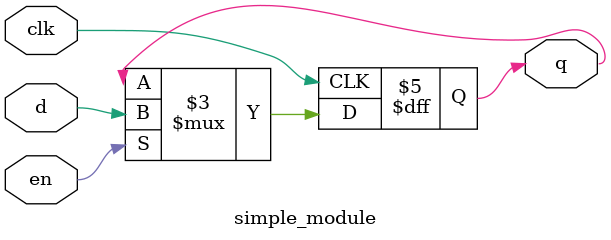
<source format=v>
`timescale 1ns/1ps

module simple_module (
		      input clk,
		      input en,
		      input d,
		      output reg q
		      );

   always @(posedge clk) begin
      if (en)
	q <= d;   // NON-BLOCKING ASSIGNMENT specifies D Flip Flop
      else        // The flip-flop creates a one-cycle delay before
	q <= q;   // q is changed
   end
endmodule // simple_module

</source>
